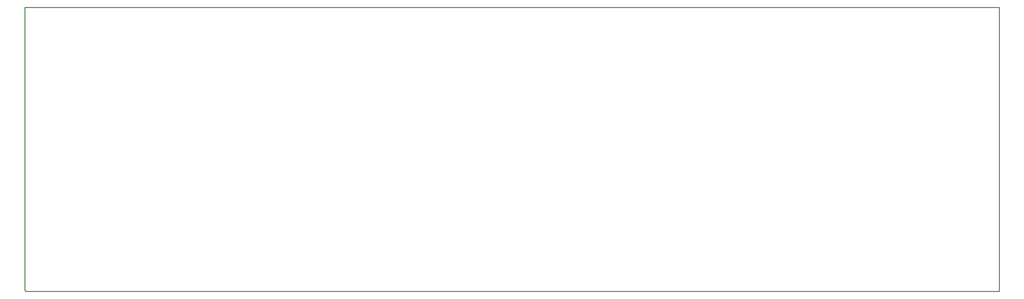
<source format=gko>
G04 Layer_Color=16711935*
%FSLAX44Y44*%
%MOMM*%
G71*
G01*
G75*
%ADD35C,0.2540*%
D35*
X254000Y1270000D02*
Y1272540D01*
X2717800D01*
Y553720D02*
Y1272540D01*
X256540Y553720D02*
X2717800D01*
X254000Y556260D02*
X256540Y553720D01*
X254000Y556260D02*
Y1270000D01*
M02*

</source>
